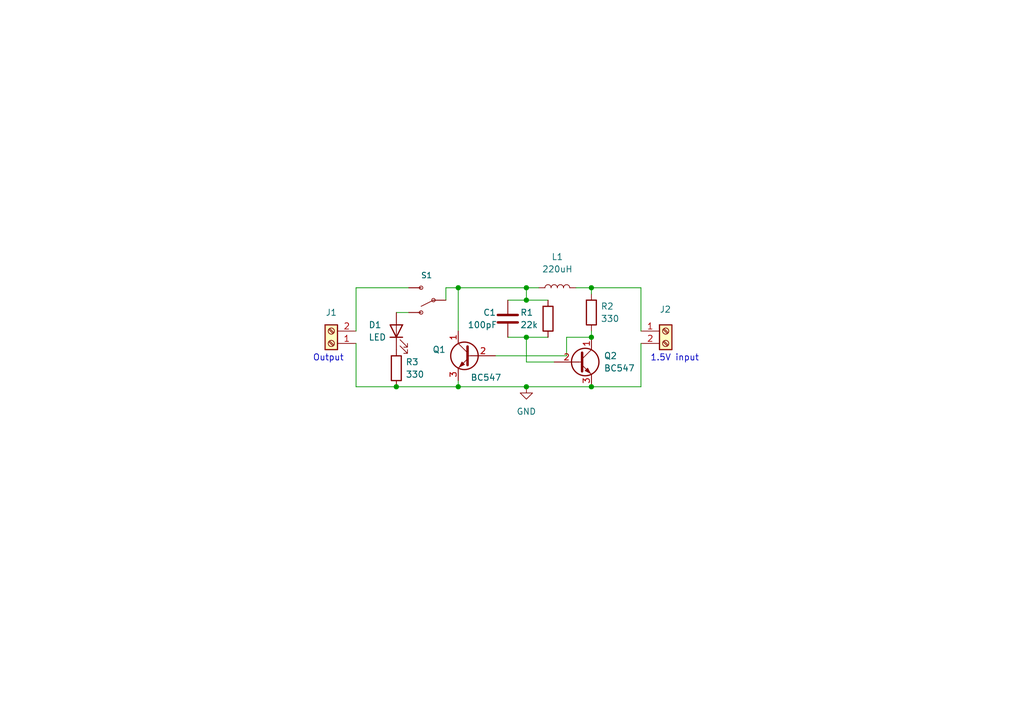
<source format=kicad_sch>
(kicad_sch (version 20211123) (generator eeschema)
  (paper "A5")
  (title_block (title "Simple JouleThief ") (date "2022-11-21") (rev "1.0") (comment 1 "Designed by: Casper R. Tak"))
  (lib_symbols
    (symbol "Connector:Screw_Terminal_01x02" (pin_names (offset 1.016) hide)
      (property "Reference" "J" (at 0 2.54 0))
      (property "Value" "Screw_Terminal_01x02" (at 0 -5.08 0))
      (symbol "Screw_Terminal_01x02_1_1"
        (rectangle (start -1.27 1.27) (end 1.27 -3.81) (stroke (width 0.254)) (fill (type background)))
        (circle (center 0 -2.54) (radius 0.635) (stroke (width 0.1524)))
        (polyline (pts (xy -0.5334 -2.2098) (xy 0.3302 -3.048)) (stroke (width 0.1524)))
        (polyline (pts (xy -0.5334 0.3302) (xy 0.3302 -0.508)) (stroke (width 0.1524)))
        (polyline (pts (xy -0.3556 -2.032) (xy 0.508 -2.8702)) (stroke (width 0.1524)))
        (polyline (pts (xy -0.3556 0.508) (xy 0.508 -0.3302)) (stroke (width 0.1524)))
        (circle (center 0 0) (radius 0.635) (stroke (width 0.1524)))
        (pin passive line (at -5.08 0 0) (length 3.81) (name "Pin_1") (number "1"))
        (pin passive line (at -5.08 -2.54 0) (length 3.81) (name "Pin_2") (number "2"))
      )
    )
    (symbol "Device:C" (pin_numbers hide) (pin_names (offset 0.254))
      (property "Reference" "C" (at 0.635 2.54 0))
      (property "Value" "C" (at 0.635 -2.54 0))
      (symbol "C_0_1"
        (polyline (pts (xy -2.032 -0.762) (xy 2.032 -0.762)) (stroke (width 0.508)))
        (polyline (pts (xy -2.032 0.762) (xy 2.032 0.762)) (stroke (width 0.508)))
      )
      (symbol "C_1_1"
        (pin passive line (at 0 3.81 270) (length 2.794) (name "~") (number "1"))
        (pin passive line (at 0 -3.81 90) (length 2.794) (name "~") (number "2"))
      )
    )
    (symbol "Device:L" (pin_numbers hide) (pin_names (offset 1.016) hide)
      (property "Reference" "L" (at -1.27 0 90))
      (property "Value" "L" (at 1.905 0 90))
      (symbol "L_0_1"
        (arc (start 0 -2.54) (mid 0.635 -1.905) (end 0 -1.27))
        (arc (start 0 -1.27) (mid 0.635 -0.635) (end 0 0))
        (arc (start 0 0) (mid 0.635 0.635) (end 0 1.27))
        (arc (start 0 1.27) (mid 0.635 1.905) (end 0 2.54))
      )
      (symbol "L_1_1"
        (pin passive line (at 0 3.81 270) (length 1.27) (name "1") (number "1"))
        (pin passive line (at 0 -3.81 90) (length 1.27) (name "2") (number "2"))
      )
    )
    (symbol "Device:LED" (pin_numbers hide) (pin_names (offset 1.016) hide)
      (property "Reference" "D" (at 0 2.54 0))
      (property "Value" "LED" (at 0 -2.54 0))
      (symbol "LED_0_1"
        (polyline (pts (xy -1.27 -1.27) (xy -1.27 1.27)) (stroke (width 0.254)))
        (polyline (pts (xy -1.27 0) (xy 1.27 0)))
        (polyline (pts (xy 1.27 -1.27) (xy 1.27 1.27) (xy -1.27 0) (xy 1.27 -1.27)) (stroke (width 0.254)))
        (polyline (pts (xy -3.048 -0.762) (xy -4.572 -2.286) (xy -3.81 -2.286) (xy -4.572 -2.286) (xy -4.572 -1.524)))
        (polyline (pts (xy -1.778 -0.762) (xy -3.302 -2.286) (xy -2.54 -2.286) (xy -3.302 -2.286) (xy -3.302 -1.524)))
      )
      (symbol "LED_1_1"
        (pin passive line (at -3.81 0 0) (length 2.54) (name "K") (number "1"))
        (pin passive line (at 3.81 0 180) (length 2.54) (name "A") (number "2"))
      )
    )
    (symbol "Device:R" (pin_numbers hide) (pin_names (offset 0))
      (property "Reference" "R" (at 2.032 0 90))
      (property "Value" "R" (at 0 0 90))
      (symbol "R_0_1"
        (rectangle (start -1.016 -2.54) (end 1.016 2.54) (stroke (width 0.254)))
      )
      (symbol "R_1_1"
        (pin passive line (at 0 3.81 270) (length 1.27) (name "~") (number "1"))
        (pin passive line (at 0 -3.81 90) (length 1.27) (name "~") (number "2"))
      )
    )
    (symbol "SparkFun-Switches:SWITCH-SPDT-PTH-11.6X4.0MM-KIT" (pin_numbers hide) (pin_names (offset 1.016) hide)
      (property "Reference" "S" (at -2.54 3.81 0))
      (property "Value" "SWITCH-SPDT-PTH-11.6X4.0MM-KIT" (at -2.54 -5.08 0))
      (property "Field4" "SWCH-08261" (at 0 7.62 0))
      (symbol "SWITCH-SPDT-PTH-11.6X4.0MM-KIT_1_0"
        (polyline (pts (xy 0 0) (xy 2.54 1.27)))
        (polyline (pts (xy 2.54 -2.54) (xy 3.175 -2.54)))
        (polyline (pts (xy 2.54 2.54) (xy 3.175 2.54)))
      )
      (symbol "SWITCH-SPDT-PTH-11.6X4.0MM-KIT_1_1"
        (circle (center 0 0) (radius 0.3556))
        (circle (center 2.54 -2.54) (radius 0.3556))
        (circle (center 2.54 2.54) (radius 0.3556))
        (pin passive line (at 5.08 2.54 180) (length 2.54) (name "O") (number "1"))
        (pin passive line (at -2.54 0 0) (length 2.54) (name "P") (number "2"))
        (pin passive line (at 5.08 -2.54 180) (length 2.54) (name "S") (number "3"))
      )
    )
    (symbol "Transistor_BJT:BC547" (pin_names (offset 0) hide)
      (property "Reference" "Q" (at 5.08 1.905 0))
      (property "Value" "BC547" (at 5.08 0 0))
      (symbol "BC547_0_1"
        (polyline (pts (xy 0 0) (xy 0.635 0)))
        (polyline (pts (xy 0.635 0.635) (xy 2.54 2.54)))
        (polyline (pts (xy 0.635 -0.635) (xy 2.54 -2.54) (xy 2.54 -2.54)))
        (polyline (pts (xy 0.635 1.905) (xy 0.635 -1.905) (xy 0.635 -1.905)) (stroke (width 0.508)))
        (polyline (pts (xy 1.27 -1.778) (xy 1.778 -1.27) (xy 2.286 -2.286) (xy 1.27 -1.778) (xy 1.27 -1.778)) (fill (type outline)))
        (circle (center 1.27 0) (radius 2.8194) (stroke (width 0.254)))
      )
      (symbol "BC547_1_1"
        (pin passive line (at 2.54 5.08 270) (length 2.54) (name "C") (number "1"))
        (pin input line (at -5.08 0 0) (length 5.08) (name "B") (number "2"))
        (pin passive line (at 2.54 -5.08 90) (length 2.54) (name "E") (number "3"))
      )
    )
    (symbol "power:GND" (power) (pin_names (offset 0))
      (property "Value" "GND" (at 0 -3.81 0))
      (symbol "GND_0_1"
        (polyline (pts (xy 0 0) (xy 0 -1.27) (xy 1.27 -1.27) (xy 0 -2.54) (xy -1.27 -1.27) (xy 0 -1.27)))
      )
      (symbol "GND_1_1"
        (pin power_in line (at 0 0 270) (length 0) hide (name "GND") (number "1"))
      )
    )
  )
  (junction (at 93.98 59.055))
  (junction (at 93.98 79.375))
  (junction (at 107.95 79.375))
  (junction (at 81.28 79.375))
  (junction (at 107.95 61.595))
  (junction (at 107.95 59.055))
  (junction (at 121.285 59.055))
  (junction (at 121.285 79.375))
  (junction (at 121.285 69.215))
  (junction (at 107.95 69.215))
  (wire (pts (xy 91.44 59.055) (xy 93.98 59.055)))
  (wire (pts (xy 73.025 67.945) (xy 73.025 59.055)))
  (wire (pts (xy 121.285 60.325) (xy 121.285 59.055)))
  (wire (pts (xy 73.025 79.375) (xy 73.025 70.485)))
  (wire (pts (xy 104.14 69.215) (xy 107.95 69.215)))
  (wire (pts (xy 83.82 64.135) (xy 81.28 64.135)))
  (wire (pts (xy 121.285 79.375) (xy 107.95 79.375)))
  (wire (pts (xy 91.44 61.595) (xy 91.44 59.055)))
  (wire (pts (xy 107.95 69.215) (xy 112.395 69.215)))
  (wire (pts (xy 107.95 74.295) (xy 113.665 74.295)))
  (wire (pts (xy 93.98 79.375) (xy 107.95 79.375)))
  (wire (pts (xy 131.445 79.375) (xy 121.285 79.375)))
  (wire (pts (xy 121.285 67.945) (xy 121.285 69.215)))
  (wire (pts (xy 131.445 67.945) (xy 131.445 59.055)))
  (wire (pts (xy 101.6 73.025) (xy 116.205 73.025)))
  (wire (pts (xy 118.11 59.055) (xy 121.285 59.055)))
  (wire (pts (xy 93.98 78.105) (xy 93.98 79.375)))
  (wire (pts (xy 107.95 59.055) (xy 110.49 59.055)))
  (wire (pts (xy 107.95 59.055) (xy 93.98 59.055)))
  (wire (pts (xy 121.285 69.215) (xy 116.205 69.215)))
  (wire (pts (xy 73.025 79.375) (xy 81.28 79.375)))
  (wire (pts (xy 112.395 61.595) (xy 107.95 61.595)))
  (wire (pts (xy 107.95 69.215) (xy 107.95 74.295)))
  (wire (pts (xy 107.95 61.595) (xy 107.95 59.055)))
  (wire (pts (xy 131.445 59.055) (xy 121.285 59.055)))
  (wire (pts (xy 81.28 79.375) (xy 93.98 79.375)))
  (wire (pts (xy 73.025 59.055) (xy 83.82 59.055)))
  (wire (pts (xy 93.98 59.055) (xy 93.98 67.945)))
  (wire (pts (xy 131.445 70.485) (xy 131.445 79.375)))
  (wire (pts (xy 116.205 69.215) (xy 116.205 73.025)))
  (wire (pts (xy 104.14 61.595) (xy 107.95 61.595)))
  (text "Output" (at 64.135 74.295 0) (effects (font (size 1.27 1.27)) (justify left bottom)))
  (text "1.5V input\n" (at 133.35 74.295 0) (effects (font (size 1.27 1.27)) (justify left bottom)))
  (symbol (lib_id "Device:C") (at 104.14 65.405 0) (unit 1)
    (property "Reference" "C1" (at 99.06 64.135 0) (effects (justify left)))
    (property "Value" "100pF" (at 95.885 66.675 0) (effects (justify left)))
    (property "Footprint" "Capacitor_THT:C_Axial_L5.1mm_D3.1mm_P7.50mm_Horizontal" (effects hide))
  )
  (symbol (lib_id "Connector:Screw_Terminal_01x02") (at 67.945 70.485 180) (unit 1)
    (property "Reference" "J1" (at 67.945 64.135 0))
    (property "Value" "Screw_Terminal_01x02" (effects hide))
    (property "Footprint" "TerminalBlock:TerminalBlock_bornier-2_P5.08mm" (effects hide))
  )
  (symbol (lib_id "Device:L") (at 114.3 59.055 90) (unit 1)
    (property "Reference" "L1" (at 114.3 52.705 90))
    (property "Value" "220uH" (at 114.3 55.245 90))
    (property "Footprint" "Inductor_THT:L_Axial_L5.0mm_D3.6mm_P10.00mm_Horizontal_Murata_BL01RN1A2A2" (effects hide))
  )
  (symbol (lib_id "Transistor_BJT:BC547") (at 118.745 74.295 0) (unit 1)
    (property "Reference" "Q2" (at 123.825 73.025 0) (effects (justify left)))
    (property "Value" "BC547" (at 123.825 75.565 0) (effects (justify left)))
    (property "Footprint" "Package_TO_SOT_THT:TO-92_Inline" (effects hide))
    (property "Datasheet" "https://www.onsemi.com/pub/Collateral/BC550-D.pdf" (effects hide))
  )
  (symbol (lib_id "Device:R") (at 112.395 65.405 0) (unit 1)
    (property "Reference" "R1" (at 106.68 64.135 0) (effects (justify left)))
    (property "Value" "22k" (at 106.68 66.675 0) (effects (justify left)))
    (property "Footprint" "Resistor_THT:R_Axial_DIN0204_L3.6mm_D1.6mm_P7.62mm_Horizontal" (effects hide))
  )
  (symbol (lib_id "Device:R") (at 121.285 64.135 0) (unit 1)
    (property "Reference" "R2" (at 123.19 62.8649 0) (effects (justify left)))
    (property "Value" "330" (at 123.19 65.405 0) (effects (justify left)))
    (property "Footprint" "Resistor_THT:R_Axial_DIN0204_L3.6mm_D1.6mm_P7.62mm_Horizontal" (effects hide))
  )
  (symbol (lib_id "Connector:Screw_Terminal_01x02") (at 136.525 67.945 0) (unit 1)
    (property "Reference" "J2" (at 135.255 63.5 0) (effects (justify left)))
    (property "Value" "Screw_Terminal_01x02" (effects hide))
    (property "Footprint" "TerminalBlock:TerminalBlock_bornier-2_P5.08mm" (effects hide))
  )
  (symbol (lib_id "Device:LED") (at 81.28 67.945 90) (unit 1)
    (property "Reference" "D1" (at 75.565 66.675 90) (effects (justify right)))
    (property "Value" "LED" (at 75.565 69.215 90) (effects (justify right)))
    (property "Footprint" "LED_THT:LED_D5.0mm_Clear" (effects hide))
  )
  (symbol (lib_id "Device:R") (at 81.28 75.565 0) (unit 1)
    (property "Reference" "R3" (at 83.185 74.2949 0) (effects (justify left)))
    (property "Value" "330" (at 83.185 76.8349 0) (effects (justify left)))
    (property "Footprint" "Resistor_THT:R_Axial_DIN0204_L3.6mm_D1.6mm_P7.62mm_Horizontal" (effects hide))
  )
  (symbol (lib_id "SparkFun-Switches:SWITCH-SPDT-PTH-11.6X4.0MM-KIT") (at 88.9 61.595 180) (unit 1)
    (property "Reference" "S1" (at 87.4903 56.515 0) (effects (font (size 1.143 1.143))))
    (property "Value" "SWITCH-SPDT-PTH-11.6X4.0MM-KIT" (effects hide))
    (property "Footprint" "SnapEDA Library:SW_1825159-1" (effects hide))
    (property "Field4" "SWCH-08261" (effects hide))
  )
  (symbol (lib_id "power:GND") (at 107.95 79.375 0) (mirror y) (unit 1)
    (property "Reference" "#PWR0101" (effects hide))
    (property "Value" "GND" (at 107.95 84.455 0))
  )
  (symbol (lib_id "Transistor_BJT:BC547") (at 96.52 73.025 0) (mirror y) (unit 1)
    (property "Reference" "Q1" (at 91.44 71.755 0) (effects (justify left)))
    (property "Value" "BC547" (at 102.87 77.47 0) (effects (justify left)))
    (property "Footprint" "Package_TO_SOT_THT:TO-92_Inline" (effects hide))
    (property "Datasheet" "https://www.onsemi.com/pub/Collateral/BC550-D.pdf" (effects hide))
  )
)
</source>
